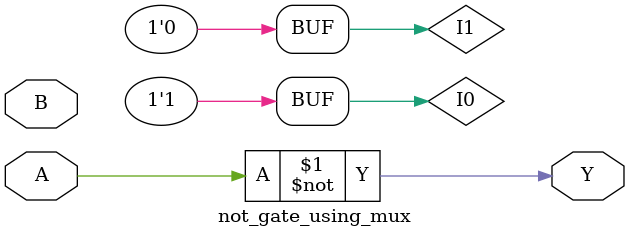
<source format=v>
module not_gate_using_mux (
    input wire A,
    input wire B,
    output wire Y
);
    wire I0;  
    wire I1; 
    assign I0 = 1'b1;
    assign I1 = 1'b0;
    assign Y = (~A & I0) | (A & I1);
endmodule

</source>
